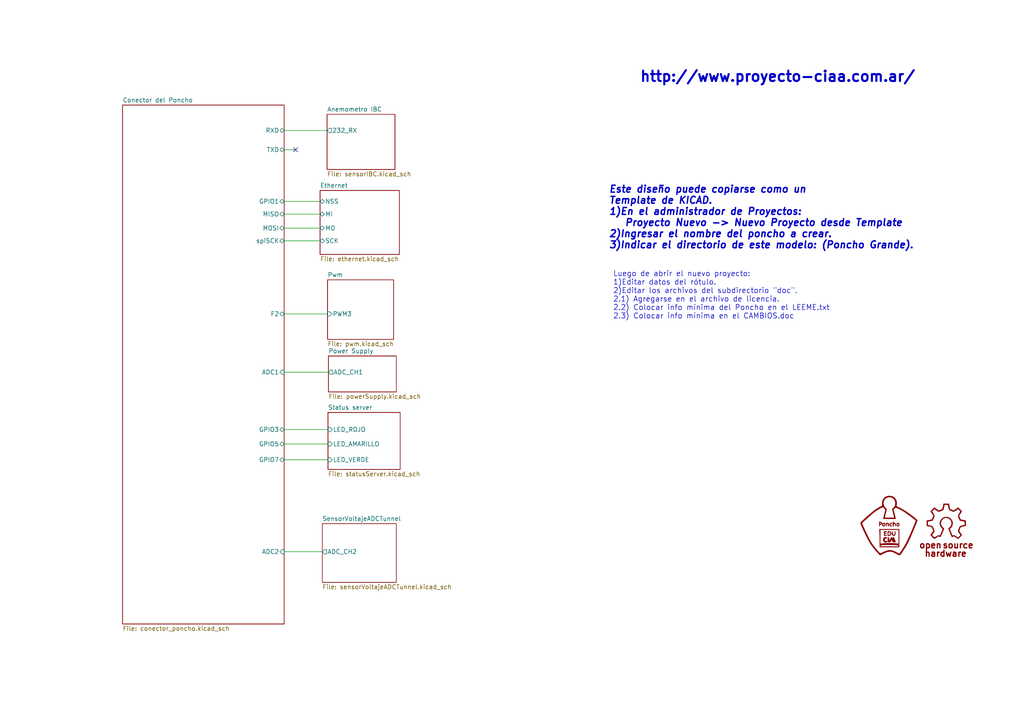
<source format=kicad_sch>
(kicad_sch (version 20211123) (generator eeschema)
  (paper "A4")
  (title_block (title "Datalogger para SCTV") (date "2023-10-20") (rev "1.0") (company "Servicio Meteorológico Nacional - FIUBA - UBA") (comment 1 "poner repo") (comment 2 "Autores y Licencia del poncho: Cristian Aranda (FIUBA), ver archivo licence.txt") (comment 3 "Autor del poncho: Cristian Zozimo Aranda Cordero.  Ver directorio \"doc\"") (comment 4 "CÓDIGO PONCHO: DT1"))
  (lib_symbols
    (symbol "Poncho_Esqueleto:Logo_Poncho" (pin_numbers hide) (pin_names (offset 0) hide)
      (symbol "Logo_Poncho_0_0"
        (polyline (pts (xy 0.9652 0.5842) (xy 0.8636 0.6858) (xy 0.6858 0.7112) (xy 0.508 0.7112) (xy 0.3048 0.5842) (xy 0.2032 0.381) (xy 0.1778 0.127) (xy 0.3048 -0.1016) (xy 0.4064 -0.1778) (xy 0.6096 -0.254) (xy 0.8128 -0.254) (xy 0.9398 -0.1778) (xy 0.889 -0.1016) (xy 0.7366 -0.0762) (xy 0.6096 -0.0508) (xy 0.4826 0.0254) (xy 0.4318 0.2032) (xy 0.4572 0.4064) (xy 0.5842 0.5334) (xy 0.8128 0.5334) (xy 0.9652 0.508) (xy 0.9652 0.5842) (xy 0.9652 0.5842)) (stroke (width 0.0254)) (fill (type outline)))
        (polyline (pts (xy 0 0.3556) (xy -0.0762 0.5842) (xy -0.2286 0.6858) (xy -0.4826 0.7112) (xy -0.8128 0.7112) (xy -0.8128 0.2286) (xy -0.8128 0.0254) (xy -0.7874 -0.1778) (xy -0.7366 -0.254) (xy -0.7112 -0.254) (xy -0.6858 -0.127) (xy -0.6604 0.0762) (xy -0.635 0.2032) (xy -0.5842 0.4318) (xy -0.4572 0.5334) (xy -0.3302 0.5334) (xy -0.3048 0.508) (xy -0.254 0.3556) (xy -0.254 0.127) (xy -0.2286 -0.0254) (xy -0.2032 -0.2032) (xy -0.127 -0.254) (xy -0.0762 -0.254) (xy -0.0254 -0.1524) (xy 0 0.0762) (xy 0 0.3556) (xy 0 0.3556)) (stroke (width 0.0254)) (fill (type outline)))
        (polyline (pts (xy -1.0668 0.254) (xy -1.1176 0.5334) (xy -1.2446 0.6858) (xy -1.27 0.7112) (xy -1.27 0.3556) (xy -1.27 0.127) (xy -1.3208 0) (xy -1.4732 -0.0762) (xy -1.6002 -0.0508) (xy -1.7018 0.1016) (xy -1.7018 0.3048) (xy -1.6256 0.4826) (xy -1.5494 0.5334) (xy -1.4732 0.5588) (xy -1.3462 0.4826) (xy -1.27 0.3556) (xy -1.27 0.7112) (xy -1.4732 0.7366) (xy -1.7018 0.6858) (xy -1.8542 0.5334) (xy -1.905 0.254) (xy -1.8796 0.2032) (xy -1.8542 0) (xy -1.8034 -0.1524) (xy -1.6764 -0.2032) (xy -1.4732 -0.254) (xy -1.2446 -0.2032) (xy -1.1176 -0.0508) (xy -1.0668 0.254) (xy -1.0668 0.254)) (stroke (width 0.0254)) (fill (type outline)))
        (polyline (pts (xy -0.508 -3.5306) (xy -0.6096 -3.4544) (xy -0.889 -3.4036) (xy -1.1176 -3.4036) (xy -1.397 -3.5306) (xy -1.5748 -3.7846) (xy -1.651 -4.1402) (xy -1.6256 -4.4196) (xy -1.4986 -4.6736) (xy -1.27 -4.8514) (xy -1.0668 -4.9276) (xy -0.8128 -4.9276) (xy -0.7112 -4.9276) (xy -0.5588 -4.8514) (xy -0.508 -4.7244) (xy -0.508 -4.699) (xy -0.508 -4.5974) (xy -0.6096 -4.5466) (xy -0.8128 -4.5466) (xy -1.016 -4.5212) (xy -1.143 -4.4704) (xy -1.1938 -4.3434) (xy -1.2192 -4.2418) (xy -1.2192 -4.0132) (xy -1.0922 -3.8608) (xy -0.8382 -3.7592) (xy -0.7366 -3.7338) (xy -0.5334 -3.6322) (xy -0.508 -3.5306) (xy -0.508 -3.5306)) (stroke (width 0.0254)) (fill (type outline)))
        (polyline (pts (xy 3.048 0.254) (xy 3.0226 0.5334) (xy 2.8956 0.6858) (xy 2.8702 0.7112) (xy 2.8702 0.127) (xy 2.794 0) (xy 2.6416 -0.0762) (xy 2.5146 -0.0508) (xy 2.4384 0.1016) (xy 2.413 0.3048) (xy 2.5146 0.4826) (xy 2.5654 0.5334) (xy 2.667 0.5588) (xy 2.7686 0.4826) (xy 2.8448 0.3556) (xy 2.8702 0.127) (xy 2.8702 0.7112) (xy 2.6416 0.7366) (xy 2.413 0.6858) (xy 2.286 0.5334) (xy 2.2352 0.254) (xy 2.2352 0.2032) (xy 2.2606 0) (xy 2.3368 -0.1524) (xy 2.4384 -0.2032) (xy 2.6416 -0.254) (xy 2.8702 -0.2032) (xy 3.0226 -0.0508) (xy 3.048 0.254) (xy 3.048 0.254)) (stroke (width 0.0254)) (fill (type outline)))
        (polyline (pts (xy 1.905 -2.159) (xy 1.8796 -1.905) (xy 1.8542 -1.7272) (xy 1.8288 -1.651) (xy 1.8034 -1.6764) (xy 1.7526 -1.8034) (xy 1.7272 -2.0066) (xy 1.7272 -2.2098) (xy 1.6764 -2.54) (xy 1.5494 -2.7432) (xy 1.397 -2.794) (xy 1.2954 -2.7686) (xy 1.2192 -2.6924) (xy 1.1938 -2.5146) (xy 1.1684 -2.2352) (xy 1.1176 -1.905) (xy 1.0668 -1.7272) (xy 1.016 -1.7272) (xy 0.9652 -1.8796) (xy 0.9398 -2.1844) (xy 0.9144 -2.4384) (xy 0.9652 -2.667) (xy 1.0414 -2.8194) (xy 1.2192 -2.921) (xy 1.4478 -2.9718) (xy 1.6764 -2.9464) (xy 1.8034 -2.8194) (xy 1.8542 -2.667) (xy 1.8796 -2.4384) (xy 1.905 -2.159) (xy 1.905 -2.159)) (stroke (width 0.0254)) (fill (type outline)))
        (polyline (pts (xy -1.9812 0.6096) (xy -2.032 0.8128) (xy -2.1844 0.9398) (xy -2.2352 0.9652) (xy -2.2352 0.635) (xy -2.286 0.508) (xy -2.4384 0.4318) (xy -2.4892 0.4064) (xy -2.6162 0.4572) (xy -2.6416 0.6096) (xy -2.6416 0.6604) (xy -2.5908 0.7874) (xy -2.413 0.8128) (xy -2.3622 0.8128) (xy -2.2606 0.762) (xy -2.2352 0.635) (xy -2.2352 0.9652) (xy -2.5146 1.0414) (xy -2.794 1.0922) (xy -2.794 0.4064) (xy -2.794 0.3556) (xy -2.794 0.0254) (xy -2.7686 -0.1778) (xy -2.7178 -0.254) (xy -2.667 -0.1778) (xy -2.6416 0) (xy -2.6416 0.0762) (xy -2.5908 0.2032) (xy -2.4638 0.254) (xy -2.2352 0.2794) (xy -2.0574 0.4064) (xy -1.9812 0.6096) (xy -1.9812 0.6096)) (stroke (width 0.0254)) (fill (type outline)))
        (polyline (pts (xy 0.7366 -2.3876) (xy 0.7112 -2.1082) (xy 0.5334 -1.8796) (xy 0.4826 -1.8288) (xy 0.4826 -2.1844) (xy 0.4826 -2.413) (xy 0.4318 -2.6162) (xy 0.3048 -2.7178) (xy 0.1016 -2.7686) (xy -0.1524 -2.8194) (xy -0.1524 -2.3622) (xy -0.1524 -2.1082) (xy -0.127 -1.9558) (xy -0.0508 -1.905) (xy 0.0762 -1.905) (xy 0.254 -1.9304) (xy 0.4064 -2.0066) (xy 0.4826 -2.1844) (xy 0.4826 -1.8288) (xy 0.254 -1.7272) (xy 0.2032 -1.7272) (xy -0.0508 -1.651) (xy -0.2032 -1.651) (xy -0.2794 -1.7526) (xy -0.3302 -1.9558) (xy -0.3302 -2.3114) (xy -0.3302 -2.9718) (xy 0 -2.9718) (xy 0.0254 -2.9718) (xy 0.3048 -2.921) (xy 0.5334 -2.7686) (xy 0.635 -2.667) (xy 0.7366 -2.3876) (xy 0.7366 -2.3876)) (stroke (width 0.0254)) (fill (type outline)))
        (polyline (pts (xy -0.5842 -1.8288) (xy -0.6096 -1.778) (xy -0.762 -1.7018) (xy -1.016 -1.6764) (xy -1.397 -1.651) (xy -1.397 -2.3114) (xy -1.397 -2.9718) (xy -0.9906 -2.9718) (xy -0.8382 -2.9718) (xy -0.635 -2.9464) (xy -0.5842 -2.8956) (xy -0.5842 -2.8702) (xy -0.6858 -2.8194) (xy -0.9144 -2.8194) (xy -0.9398 -2.8194) (xy -1.1176 -2.794) (xy -1.2192 -2.7432) (xy -1.2446 -2.5908) (xy -1.2192 -2.4892) (xy -1.143 -2.413) (xy -0.9398 -2.3876) (xy -0.9144 -2.3876) (xy -0.7366 -2.3622) (xy -0.6604 -2.3114) (xy -0.762 -2.2606) (xy -0.9398 -2.2352) (xy -1.0668 -2.2352) (xy -1.1938 -2.1844) (xy -1.2446 -2.0574) (xy -1.2192 -1.9558) (xy -1.1176 -1.905) (xy -0.889 -1.905) (xy -0.7112 -1.8796) (xy -0.5842 -1.8288) (xy -0.5842 -1.8288)) (stroke (width 0.0254)) (fill (type outline)))
        (polyline (pts (xy 1.9812 0.254) (xy 1.9304 0.5588) (xy 1.778 0.7112) (xy 1.5748 0.7112) (xy 1.5494 0.7112) (xy 1.4224 0.7366) (xy 1.397 0.8636) (xy 1.3716 0.9906) (xy 1.27 1.0668) (xy 1.2192 1.0414) (xy 1.1938 0.9398) (xy 1.1684 0.7366) (xy 1.1684 0.4064) (xy 1.1684 0.127) (xy 1.1938 -0.1016) (xy 1.2192 -0.2286) (xy 1.27 -0.254) (xy 1.3208 -0.2286) (xy 1.397 -0.127) (xy 1.397 0.127) (xy 1.397 0.2032) (xy 1.4478 0.4318) (xy 1.4986 0.5334) (xy 1.5494 0.5588) (xy 1.6764 0.4826) (xy 1.778 0.3302) (xy 1.8288 0.0762) (xy 1.8288 0) (xy 1.8542 -0.1778) (xy 1.905 -0.254) (xy 1.9304 -0.2286) (xy 1.9558 -0.0762) (xy 1.9812 0.1524) (xy 1.9812 0.254) (xy 1.9812 0.254)) (stroke (width 0.0254)) (fill (type outline)))
        (polyline (pts (xy 1.9304 -4.699) (xy 1.8288 -4.3688) (xy 1.6764 -4.0132) (xy 1.524 -3.7084) (xy 1.397 -3.4798) (xy 1.2954 -3.4036) (xy 1.2192 -3.3782) (xy 1.1684 -3.429) (xy 1.1684 -3.5052) (xy 1.2192 -3.7084) (xy 1.2954 -4.0386) (xy 1.2954 -4.0894) (xy 1.2192 -4.0132) (xy 1.1176 -3.81) (xy 1.0668 -3.7084) (xy 0.9144 -3.4798) (xy 0.7874 -3.4036) (xy 0.6604 -3.4798) (xy 0.5334 -3.7084) (xy 0.3556 -4.064) (xy 0.1016 -4.7244) (xy 0.0508 -4.064) (xy 0.0508 -3.9878) (xy 0 -3.6322) (xy -0.0508 -3.4544) (xy -0.127 -3.3782) (xy -0.1524 -3.4036) (xy -0.2286 -3.5306) (xy -0.2794 -3.7846) (xy -0.3048 -4.1148) (xy -0.3048 -4.445) (xy -0.3048 -4.6228) (xy -0.254 -4.7752) (xy -0.1524 -4.826) (xy 0.0508 -4.8514) (xy 0.2286 -4.8514) (xy 0.4318 -4.8006) (xy 0.5588 -4.6482) (xy 0.6604 -4.3688) (xy 0.7874 -4.0386) (xy 0.9652 -4.445) (xy 1.0922 -4.6736) (xy 1.1938 -4.826) (xy 1.3208 -4.8768) (xy 1.4224 -4.8514) (xy 1.4732 -4.8006) (xy 1.4478 -4.6736) (xy 1.3716 -4.4196) (xy 1.3462 -4.318) (xy 1.4224 -4.4196) (xy 1.4986 -4.5466) (xy 1.6256 -4.7752) (xy 1.7018 -4.8514) (xy 1.8542 -4.9022) (xy 1.9304 -4.8514) (xy 1.9304 -4.699) (xy 1.9304 -4.699)) (stroke (width 0.0254)) (fill (type outline)))
        (polyline (pts (xy 2.9718 -1.0668) (xy 2.8194 -1.0668) (xy 2.8194 -1.2446) (xy 2.8194 -3.2766) (xy 2.8194 -5.2832) (xy 2.8194 -6.096) (xy 0.1778 -6.096) (xy -2.4892 -6.096) (xy -2.4638 -5.9182) (xy -2.4638 -5.8928) (xy -2.413 -5.8166) (xy -2.3368 -5.7658) (xy -2.159 -5.715) (xy -1.9304 -5.6642) (xy -1.6002 -5.6642) (xy -1.143 -5.6388) (xy -0.5588 -5.6388) (xy 0.1778 -5.6388) (xy 0.3302 -5.6388) (xy 1.016 -5.6388) (xy 1.5748 -5.6388) (xy 2.0066 -5.6642) (xy 2.3368 -5.6896) (xy 2.54 -5.715) (xy 2.6924 -5.7658) (xy 2.7686 -5.842) (xy 2.794 -5.9182) (xy 2.8194 -6.096) (xy 2.8194 -5.2832) (xy 1.9558 -5.2324) (xy 1.7018 -5.207) (xy 1.1684 -5.1816) (xy 0.635 -5.1562) (xy 0.127 -5.1562) (xy -0.1778 -5.1562) (xy -0.7112 -5.1816) (xy -1.2446 -5.207) (xy -1.6764 -5.2324) (xy -2.4638 -5.3086) (xy -2.4638 -3.2766) (xy -2.4638 -1.2446) (xy 0.1778 -1.2446) (xy 2.8194 -1.2446) (xy 2.8194 -1.0668) (xy 0.127 -1.0668) (xy -2.7432 -1.0668) (xy -2.6924 -2.4384) (xy -2.6924 -2.5908) (xy -2.667 -3.2004) (xy -2.6416 -3.8608) (xy -2.6416 -4.4958) (xy -2.6416 -5.0546) (xy -2.6416 -6.2738) (xy 0.1778 -6.2738) (xy 2.9718 -6.2738) (xy 2.9718 -3.683) (xy 2.9718 -1.0668) (xy 2.9718 -1.0668)) (stroke (width 0.0254)) (fill (type outline)))
        (polyline (pts (xy 8.255 1.4986) (xy 8.128 1.6256) (xy 7.8994 1.8542) (xy 7.8486 1.905) (xy 7.8486 1.3716) (xy 7.7978 1.2446) (xy 7.6962 0.9906) (xy 7.5438 0.635) (xy 7.366 0.1778) (xy 7.1628 -0.3302) (xy 6.9342 -0.889) (xy 6.4516 -2.032) (xy 5.8674 -3.3274) (xy 5.334 -4.4958) (xy 4.8006 -5.5118) (xy 4.2926 -6.3754) (xy 3.81 -7.1374) (xy 3.6576 -7.3406) (xy 3.429 -7.6962) (xy 3.2258 -7.9502) (xy 3.0734 -8.1534) (xy 3.0226 -8.2042) (xy 2.9972 -8.2042) (xy 2.8448 -8.1534) (xy 2.5908 -8.0264) (xy 2.3114 -7.874) (xy 2.0828 -7.7216) (xy 1.4224 -7.4168) (xy 0.8128 -7.239) (xy 0.2286 -7.1882) (xy -0.3556 -7.2644) (xy -1.016 -7.4676) (xy -1.7272 -7.7978) (xy -1.905 -7.8994) (xy -2.1844 -8.0264) (xy -2.3876 -8.128) (xy -2.4892 -8.1788) (xy -2.5146 -8.1534) (xy -2.6416 -8.0264) (xy -2.8448 -7.7978) (xy -3.0988 -7.5184) (xy -3.3782 -7.2136) (xy -3.6576 -6.8834) (xy -3.937 -6.5532) (xy -4.191 -6.2484) (xy -4.3688 -6.0198) (xy -4.6482 -5.6388) (xy -5.08 -5.0038) (xy -5.4864 -4.2926) (xy -5.8928 -3.556) (xy -6.1214 -3.0734) (xy -6.3754 -2.54) (xy -6.6548 -2.0066) (xy -6.9088 -1.4478) (xy -7.1374 -0.9398) (xy -7.366 -0.4572) (xy -7.5438 -0.0254) (xy -7.6962 0.3048) (xy -7.7724 0.5334) (xy -7.8232 0.635) (xy -7.7978 0.6604) (xy -7.6454 0.8128) (xy -7.4168 1.0414) (xy -7.1374 1.3208) (xy -6.7818 1.651) (xy -6.3754 2.0066) (xy -5.969 2.3876) (xy -5.5372 2.7432) (xy -5.1562 3.0988) (xy -4.8006 3.4036) (xy -4.4704 3.6576) (xy -3.937 4.0894) (xy -3.429 4.4196) (xy -2.9464 4.7244) (xy -2.3876 5.0292) (xy -1.7018 5.3594) (xy -1.3462 4.9784) (xy -0.9652 4.5974) (xy -1.27 3.3782) (xy -1.3208 3.2004) (xy -1.4224 2.7686) (xy -1.524 2.413) (xy -1.5748 2.159) (xy -1.6002 2.032) (xy -1.6256 2.0066) (xy -1.6002 1.9812) (xy -1.5494 1.9304) (xy -1.4224 1.9304) (xy -1.1938 1.905) (xy -0.889 1.905) (xy -0.4318 1.905) (xy 0.1524 1.905) (xy 0.4064 1.905) (xy 0.9144 1.905) (xy 1.3462 1.905) (xy 1.6764 1.905) (xy 1.905 1.9304) (xy 1.9812 1.9558) (xy 1.9812 1.9812) (xy 1.9304 2.1844) (xy 1.8542 2.4892) (xy 1.7526 2.8702) (xy 1.651 3.302) (xy 1.2954 4.6228) (xy 1.6002 4.9022) (xy 1.7018 5.0038) (xy 1.8796 5.1308) (xy 1.9558 5.1816) (xy 2.0828 5.1562) (xy 2.286 5.08) (xy 2.5908 4.953) (xy 2.9464 4.8006) (xy 3.2766 4.6228) (xy 3.5814 4.4704) (xy 3.8354 4.3434) (xy 3.9624 4.2672) (xy 4.318 4.0386) (xy 4.7244 3.7846) (xy 5.1562 3.4544) (xy 5.6388 3.1242) (xy 6.096 2.794) (xy 6.5532 2.4638) (xy 6.9596 2.1336) (xy 7.3152 1.8542) (xy 7.5946 1.6256) (xy 7.7724 1.4732) (xy 7.8486 1.3716) (xy 7.8486 1.905) (xy 7.5438 2.159) (xy 7.0612 2.54) (xy 6.223 3.175) (xy 5.2578 3.8608) (xy 4.3942 4.4196) (xy 3.6322 4.8768) (xy 2.9972 5.1816) (xy 2.6416 5.334) (xy 2.3622 5.4864) (xy 2.2098 5.588) (xy 2.1844 5.6642) (xy 2.2606 5.9436) (xy 2.286 6.2992) (xy 2.286 6.6802) (xy 2.2352 6.985) (xy 2.0574 7.4422) (xy 1.905 7.6708) (xy 1.905 6.4008) (xy 1.8288 5.8674) (xy 1.6256 5.4356) (xy 1.27 5.0292) (xy 0.9652 4.7498) (xy 1.2446 3.6322) (xy 1.27 3.5052) (xy 1.3716 3.0988) (xy 1.4732 2.7432) (xy 1.524 2.4892) (xy 1.5494 2.3622) (xy 1.5494 2.3368) (xy 1.524 2.286) (xy 1.4478 2.2606) (xy 1.2954 2.2352) (xy 1.0414 2.2352) (xy 0.6858 2.2352) (xy 0.1778 2.2352) (xy -0.1778 2.2352) (xy -0.5842 2.2352) (xy -0.889 2.2352) (xy -1.0668 2.2606) (xy -1.1684 2.286) (xy -1.2192 2.3114) (xy -1.2192 2.3622) (xy -1.2192 2.3876) (xy -1.1684 2.5654) (xy -1.0922 2.8448) (xy -1.016 3.2258) (xy -0.889 3.6322) (xy -0.635 4.7498) (xy -0.9398 5.0292) (xy -1.1938 5.3086) (xy -1.4478 5.7658) (xy -1.5748 6.2484) (xy -1.5748 6.7564) (xy -1.4224 7.2136) (xy -1.397 7.239) (xy -1.0922 7.6962) (xy -0.7112 8.001) (xy -0.2794 8.1788) (xy 0.1524 8.2296) (xy 0.5842 8.1788) (xy 0.9906 8.0264) (xy 1.3462 7.747) (xy 1.651 7.3914) (xy 1.8288 6.9342) (xy 1.905 6.4008) (xy 1.905 7.6708) (xy 1.7272 7.8994) (xy 1.3208 8.255) (xy 0.8382 8.4836) (xy 0.3048 8.5598) (xy -0.254 8.5344) (xy -0.8128 8.3566) (xy -1.0922 8.2042) (xy -1.4986 7.8232) (xy -1.778 7.3406) (xy -1.9304 6.7818) (xy -1.9558 6.1976) (xy -1.905 5.715) (xy -2.4638 5.4356) (xy -2.4892 5.4356) (xy -2.921 5.207) (xy -3.3528 4.9276) (xy -3.81 4.6482) (xy -4.318 4.2672) (xy -4.8514 3.8354) (xy -5.461 3.3274) (xy -6.1468 2.7432) (xy -6.9342 2.032) (xy -7.2136 1.778) (xy -7.6454 1.3716) (xy -7.9756 1.0414) (xy -8.1788 0.8128) (xy -8.2296 0.6858) (xy -8.2042 0.5842) (xy -8.128 0.3302) (xy -7.9756 -0.0254) (xy -7.7724 -0.4826) (xy -7.5184 -1.016) (xy -7.2644 -1.6002) (xy -6.9596 -2.2352) (xy -6.6294 -2.8956) (xy -6.2992 -3.556) (xy -6.223 -3.7084) (xy -5.9182 -4.2926) (xy -5.6642 -4.7752) (xy -5.3848 -5.2324) (xy -5.08 -5.6896) (xy -4.7498 -6.1214) (xy -4.3688 -6.6294) (xy -3.9116 -7.1628) (xy -3.3528 -7.8232) (xy -3.2512 -7.8994) (xy -2.9972 -8.2042) (xy -2.7686 -8.4328) (xy -2.6162 -8.5852) (xy -2.54 -8.636) (xy -2.4384 -8.5852) (xy -2.2098 -8.4836) (xy -1.905 -8.3312) (xy -1.5494 -8.1534) (xy -1.524 -8.128) (xy -0.889 -7.8232) (xy -0.3302 -7.6454) (xy 0.1524 -7.5692) (xy 0.635 -7.5692) (xy 1.143 -7.6962) (xy 1.6764 -7.9502) (xy 2.3114 -8.3058) (xy 2.4384 -8.3566) (xy 2.7178 -8.509) (xy 2.9718 -8.6106) (xy 3.0988 -8.6614) (xy 3.1496 -8.636) (xy 3.2766 -8.5344) (xy 3.4798 -8.3058) (xy 3.7338 -7.9502) (xy 4.064 -7.4422) (xy 4.318 -7.0358) (xy 4.6736 -6.5024) (xy 4.9784 -6.0198) (xy 5.207 -5.588) (xy 5.461 -5.1308) (xy 5.6896 -4.6482) (xy 5.969 -4.0894) (xy 6.1468 -3.6576) (xy 6.3754 -3.175) (xy 6.604 -2.5908) (xy 6.858 -2.0066) (xy 7.112 -1.397) (xy 7.366 -0.8128) (xy 7.5946 -0.2286) (xy 7.8232 0.2794) (xy 8.001 0.7366) (xy 8.128 1.0922) (xy 8.2296 1.3462) (xy 8.255 1.4732) (xy 8.255 1.4986) (xy 8.255 1.4986)) (stroke (width 0.0254)) (fill (type outline)))
      )
      (symbol "Logo_Poncho_1_1"
        (pin no_connect line (at 0 6.35 90) (length 0.508) hide (name "~") (number "~"))
      )
    )
    (symbol "Poncho_Esqueleto:OSHWA" (pin_names (offset 1.016))
      (symbol "OSHWA_0_0"
        (polyline (pts (xy 5.7912 2.667) (xy 5.5372 2.7178) (xy 5.4864 2.7432) (xy 5.4864 1.8796) (xy 5.4864 1.8288) (xy 5.4864 1.6002) (xy 5.4864 1.4732) (xy 5.4102 1.3716) (xy 5.2832 1.3208) (xy 5.0038 1.27) (xy 4.6228 1.1938) (xy 4.572 1.1684) (xy 4.318 1.1176) (xy 4.1656 1.0414) (xy 4.0386 0.889) (xy 3.937 0.6604) (xy 3.8354 0.4064) (xy 3.683 0.0762) (xy 3.6068 -0.1778) (xy 3.5814 -0.3556) (xy 3.6322 -0.5334) (xy 3.7592 -0.7366) (xy 3.9116 -0.9906) (xy 4.318 -1.5494) (xy 3.937 -1.9304) (xy 3.5814 -2.3114) (xy 3.048 -1.9558) (xy 2.794 -1.778) (xy 2.5654 -1.651) (xy 2.3876 -1.6256) (xy 2.2098 -1.6256) (xy 1.905 -1.6764) (xy 1.4986 -0.7112) (xy 1.1176 0.2286) (xy 1.397 0.508) (xy 1.5748 0.6604) (xy 1.8034 1.016) (xy 1.9304 1.397) (xy 1.9812 1.8542) (xy 1.9812 1.9304) (xy 1.9558 2.2606) (xy 1.905 2.54) (xy 1.7526 2.8194) (xy 1.4732 3.175) (xy 1.0668 3.5052) (xy 0.5842 3.683) (xy 0.1016 3.7338) (xy -0.4064 3.6576) (xy -0.889 3.429) (xy -1.2954 3.048) (xy -1.3462 2.9972) (xy -1.6256 2.5146) (xy -1.7526 2.0066) (xy -1.7018 1.4986) (xy -1.4986 0.9906) (xy -1.143 0.508) (xy -0.8636 0.2032) (xy -1.2446 -0.7366) (xy -1.651 -1.6764) (xy -1.9558 -1.6256) (xy -2.1082 -1.6256) (xy -2.286 -1.651) (xy -2.4892 -1.7526) (xy -2.7686 -1.9304) (xy -3.2766 -2.2606) (xy -3.6576 -1.905) (xy -4.0132 -1.524) (xy -3.6322 -0.9652) (xy -3.2766 -0.4064) (xy -3.429 0.0254) (xy -3.4544 0.1016) (xy -3.6068 0.508) (xy -3.7338 0.7874) (xy -3.8862 0.9906) (xy -4.0894 1.0922) (xy -4.3688 1.1938) (xy -4.7752 1.27) (xy -5.2578 1.3716) (xy -5.2324 1.905) (xy -5.207 2.413) (xy -4.5212 2.54) (xy -3.8608 2.667) (xy -3.5814 3.2512) (xy -3.556 3.302) (xy -3.4036 3.6068) (xy -3.3274 3.8862) (xy -3.2766 4.0386) (xy -3.3274 4.2164) (xy -3.4544 4.445) (xy -3.6322 4.7244) (xy -3.6576 4.7498) (xy -3.81 5.0292) (xy -3.937 5.207) (xy -3.9878 5.3086) (xy -3.9878 5.334) (xy -3.8862 5.461) (xy -3.7338 5.6388) (xy -3.5306 5.8166) (xy -3.3782 5.969) (xy -3.2766 6.0198) (xy -3.1496 5.9436) (xy -2.9464 5.8166) (xy -2.6924 5.6388) (xy -2.6162 5.588) (xy -2.3622 5.4102) (xy -2.159 5.3086) (xy -2.032 5.2578) (xy -1.8796 5.3086) (xy -1.6256 5.3848) (xy -1.3208 5.5118) (xy -1.2446 5.5372) (xy -0.9144 5.6896) (xy -0.7112 5.842) (xy -0.635 5.969) (xy -0.6096 6.096) (xy -0.5588 6.3754) (xy -0.4826 6.6802) (xy -0.381 7.239) (xy 0.127 7.239) (xy 0.635 7.239) (xy 0.7366 6.731) (xy 0.7874 6.477) (xy 0.8636 6.1722) (xy 0.9398 5.9436) (xy 1.0414 5.8166) (xy 1.1684 5.715) (xy 1.3462 5.6134) (xy 1.4478 5.5626) (xy 1.778 5.4356) (xy 2.032 5.334) (xy 2.1844 5.2832) (xy 2.3114 5.2832) (xy 2.4638 5.334) (xy 2.667 5.4356) (xy 2.9464 5.6388) (xy 3.556 6.0452) (xy 3.937 5.6896) (xy 4.2926 5.3086) (xy 3.9116 4.7498) (xy 3.8354 4.6228) (xy 3.683 4.318) (xy 3.5814 4.0894) (xy 3.6068 3.8354) (xy 3.683 3.5306) (xy 3.8862 3.1496) (xy 4.1148 2.667) (xy 4.7752 2.54) (xy 5.461 2.413) (xy 5.4864 1.8796) (xy 5.4864 2.7432) (xy 5.4102 2.7432) (xy 5.1054 2.8194) (xy 4.8006 2.8956) (xy 4.2926 2.9718) (xy 4.064 3.5306) (xy 3.81 4.0894) (xy 4.2418 4.7244) (xy 4.6736 5.3594) (xy 4.1148 5.9182) (xy 3.5814 6.4516) (xy 2.921 6.0198) (xy 2.286 5.5626) (xy 1.7526 5.7912) (xy 1.1938 6.0452) (xy 1.0922 6.5532) (xy 1.0668 6.8072) (xy 0.9906 7.0866) (xy 0.9652 7.3152) (xy 0.9144 7.5438) (xy 0.127 7.5438) (xy -0.6604 7.5438) (xy -0.762 6.9342) (xy -0.8128 6.6802) (xy -0.889 6.35) (xy -0.9652 6.1214) (xy -1.0922 5.9944) (xy -1.27 5.8928) (xy -1.524 5.7658) (xy -2.032 5.588) (xy -2.667 6.0198) (xy -3.3274 6.477) (xy -3.8608 5.9182) (xy -4.4196 5.3594) (xy -3.9878 4.7244) (xy -3.556 4.0894) (xy -3.7846 3.556) (xy -3.7846 3.5306) (xy -3.8862 3.2766) (xy -3.9878 3.0734) (xy -4.0132 2.9972) (xy -4.0386 2.9718) (xy -4.191 2.9464) (xy -4.445 2.8956) (xy -4.7752 2.8194) (xy -5.5118 2.6924) (xy -5.5118 1.905) (xy -5.5118 1.143) (xy -4.9022 1.016) (xy -4.8768 1.016) (xy -4.5466 0.9652) (xy -4.2926 0.889) (xy -4.1402 0.8382) (xy -4.1148 0.8128) (xy -4.0132 0.6604) (xy -3.8862 0.4318) (xy -3.7592 0.1524) (xy -3.683 -0.1016) (xy -3.6576 -0.3048) (xy -3.7084 -0.4572) (xy -3.8608 -0.6858) (xy -4.0386 -0.9652) (xy -4.4196 -1.524) (xy -3.8862 -2.0828) (xy -3.7846 -2.2098) (xy -3.556 -2.413) (xy -3.3782 -2.5654) (xy -3.3274 -2.6162) (xy -3.302 -2.6162) (xy -3.2004 -2.54) (xy -2.9972 -2.413) (xy -2.7178 -2.2352) (xy -2.5654 -2.1082) (xy -2.3368 -1.9558) (xy -2.1844 -1.905) (xy -2.0574 -1.905) (xy -1.905 -1.9304) (xy -1.7018 -2.0066) (xy -1.5748 -2.0574) (xy -1.5494 -2.032) (xy -1.4732 -1.8796) (xy -1.3462 -1.6256) (xy -1.1684 -1.27) (xy -0.9906 -0.8636) (xy -0.4826 0.3556) (xy -0.8382 0.6604) (xy -1.016 0.8128) (xy -1.27 1.2192) (xy -1.4224 1.651) (xy -1.4224 2.1082) (xy -1.2954 2.5146) (xy -1.0922 2.8956) (xy -0.762 3.2004) (xy -0.3556 3.4036) (xy 0.1524 3.4798) (xy 0.4826 3.429) (xy 0.9144 3.2766) (xy 1.27 2.9718) (xy 1.5494 2.5908) (xy 1.6764 2.159) (xy 1.6764 1.8288) (xy 1.6256 1.4478) (xy 1.4732 1.0922) (xy 1.1684 0.762) (xy 0.762 0.3556) (xy 1.2446 -0.8128) (xy 1.3208 -1.016) (xy 1.4732 -1.397) (xy 1.6256 -1.7272) (xy 1.7272 -1.9558) (xy 1.778 -2.0574) (xy 1.8796 -2.0828) (xy 2.032 -2.0066) (xy 2.1844 -1.905) (xy 2.3114 -1.8796) (xy 2.4892 -1.905) (xy 2.7178 -2.032) (xy 3.0226 -2.2352) (xy 3.5814 -2.6416) (xy 4.1402 -2.0828) (xy 4.6736 -1.524) (xy 4.2926 -0.9652) (xy 4.2164 -0.8636) (xy 4.064 -0.6096) (xy 3.937 -0.381) (xy 3.8862 -0.2794) (xy 3.8862 -0.254) (xy 3.937 -0.0762) (xy 4.0386 0.1778) (xy 4.1402 0.4572) (xy 4.2418 0.6858) (xy 4.318 0.7874) (xy 4.3434 0.8128) (xy 4.4958 0.8636) (xy 4.7498 0.9398) (xy 5.08 1.016) (xy 5.7912 1.143) (xy 5.7912 1.905) (xy 5.7912 2.667) (xy 5.7912 2.667)) (stroke (width 0.0254)) (fill (type outline)))
        (text "hardware" (at -0.0254 -6.858 0) (effects (font (size 1.778 1.778) bold)))
        (text "open" (at -4.445 -4.445 0) (effects (font (size 1.778 1.778) bold)))
        (text "source" (at 3.556 -4.445 0) (effects (font (size 1.778 1.778) bold)))
      )
    )
  )
  (no_connect (at 85.725 43.434))
  (wire (pts (xy 82.423 69.85) (xy 92.837 69.85)))
  (wire (pts (xy 82.423 62.103) (xy 92.837 62.103)))
  (wire (pts (xy 82.423 91.059) (xy 94.996 91.059)))
  (wire (pts (xy 82.423 124.587) (xy 95.123 124.587)))
  (wire (pts (xy 82.423 37.846) (xy 94.869 37.846)))
  (wire (pts (xy 82.423 43.434) (xy 85.725 43.434)))
  (wire (pts (xy 82.423 160.02) (xy 93.472 160.02)))
  (wire (pts (xy 82.423 133.35) (xy 95.123 133.35)))
  (wire (pts (xy 82.423 107.95) (xy 95.25 107.95)))
  (wire (pts (xy 82.423 58.42) (xy 92.837 58.42)))
  (wire (pts (xy 82.423 66.167) (xy 92.837 66.167)))
  (wire (pts (xy 82.423 128.778) (xy 95.123 128.778)))
  (text "Este diseño puede copiarse como un \nTemplate de KICAD. \n1)En el administrador de Proyectos:  \n   Proyecto Nuevo -> Nuevo Proyecto desde Template\n2)Ingresar el nombre del poncho a crear.\n3)Indicar el directorio de este modelo: (Poncho Grande)." (at 176.53 72.39 0) (effects (font (size 2.0066 2.0066) (thickness 0.4013) bold italic) (justify left bottom)))
  (text "http://www.proyecto-ciaa.com.ar/" (at 185.42 24.13 0) (effects (font (size 2.9972 2.9972) (thickness 0.5994) bold) (justify left bottom)))
  (text "Luego de abrir el nuevo proyecto:\n1)Editar datos del rótulo.\n2)Editar los archivos del subdirectorio \"doc\".\n2.1) Agregarse en el archivo de licencia.\n2.2) Colocar info mínima del Poncho en el LEEME.txt\n2.3) Colocar info mínima en el CAMBIOS.doc" (at 177.8 92.71 0) (effects (font (size 1.524 1.524)) (justify left bottom)))
  (symbol (lib_id "Poncho_Esqueleto:OSHWA") (at 274.32 153.67 0) (unit 1)
    (property "Reference" "#G2" (effects hide))
    (property "Value" "OSHWA" (effects hide))
    (property "Footprint" "mod:OSHWA" (effects hide))
  )
  (symbol (lib_id "Poncho_Esqueleto:Logo_Poncho") (at 257.81 152.4 0) (unit 1)
    (property "Reference" "#G1" (effects hide))
    (property "Value" "Logo_Poncho" (effects hide))
  )
  (sheet (at 35.56 30.48) (size 46.863 150.495)
    (property "Sheet name" "Conector del Poncho" (at 35.56 29.7684 0) (effects (justify left bottom)))
    (property "Sheet file" "conector_poncho.kicad_sch" (at 35.56 181.5596 0) (effects (justify left top)))
    (pin "F2" bidirectional (at 82.423 91.059 0))
    (pin "RXD" bidirectional (at 82.423 37.846 0))
    (pin "TXD" bidirectional (at 82.423 43.434 0))
    (pin "ADC1" input (at 82.423 107.95 0))
    (pin "MOSI" bidirectional (at 82.423 66.167 0))
    (pin "spiSCK" bidirectional (at 82.423 69.85 0))
    (pin "MISO" bidirectional (at 82.423 62.103 0))
    (pin "ADC2" input (at 82.423 160.02 0))
    (pin "GPIO1" bidirectional (at 82.423 58.42 0))
    (pin "GPIO3" bidirectional (at 82.423 124.587 0))
    (pin "GPIO5" bidirectional (at 82.423 128.778 0))
    (pin "GPIO7" bidirectional (at 82.423 133.35 0))
  )
  (sheet (at 93.472 151.892) (size 21.463 17.018) (stroke (width 0.1524))
    (property "Sheet name" "SensorVoltajeADCTunnel" (at 93.472 151.1804 0) (effects (justify left bottom)))
    (property "Sheet file" "sensorVoltajeADCTunnel.kicad_sch" (at 93.472 169.4946 0) (effects (justify left top)))
    (pin "ADC_CH2" output (at 93.472 160.02 180))
  )
  (sheet (at 92.837 55.245) (size 22.987 18.542) (stroke (width 0.1524))
    (property "Sheet name" "Ethernet" (at 92.837 54.5334 0) (effects (justify left bottom)))
    (property "Sheet file" "ethernet.kicad_sch" (at 92.837 74.3716 0) (effects (justify left top)))
    (pin "NSS" bidirectional (at 92.837 58.42 180))
    (pin "MO" bidirectional (at 92.837 66.167 180))
    (pin "MI" bidirectional (at 92.837 62.103 180))
    (pin "SCK" bidirectional (at 92.837 69.85 180))
  )
  (sheet (at 94.996 81.153) (size 19.177 17.272) (stroke (width 0.1524))
    (property "Sheet name" "Pwm" (at 94.996 80.4414 0) (effects (justify left bottom)))
    (property "Sheet file" "pwm.kicad_sch" (at 94.996 99.0096 0) (effects (justify left top)))
    (pin "PWM3" input (at 94.996 91.059 180))
  )
  (sheet (at 95.123 119.634) (size 20.955 16.51) (stroke (width 0.1524))
    (property "Sheet name" "Status server" (at 95.123 118.9224 0) (effects (justify left bottom)))
    (property "Sheet file" "statusServer.kicad_sch" (at 95.123 136.7286 0) (effects (justify left top)))
    (pin "LED_ROJO" input (at 95.123 124.587 180))
    (pin "LED_AMARILLO" input (at 95.123 128.778 180))
    (pin "LED_VERDE" input (at 95.123 133.35 180))
  )
  (sheet (at 95.25 103.251) (size 19.685 10.414) (stroke (width 0.1524))
    (property "Sheet name" "Power Supply" (at 95.25 102.5394 0) (effects (justify left bottom)))
    (property "Sheet file" "powerSupply.kicad_sch" (at 95.25 114.2496 0) (effects (justify left top)))
    (pin "ADC_CH1" output (at 95.25 107.95 180))
  )
  (sheet (at 94.869 33.147) (size 19.685 16.002) (stroke (width 0.1524))
    (property "Sheet name" "Anemometro IBC" (at 94.869 32.4354 0) (effects (justify left bottom)))
    (property "Sheet file" "sensorIBC.kicad_sch" (at 94.869 49.7336 0) (effects (justify left top)))
    (pin "232_RX" output (at 94.869 37.846 180))
  )
)
</source>
